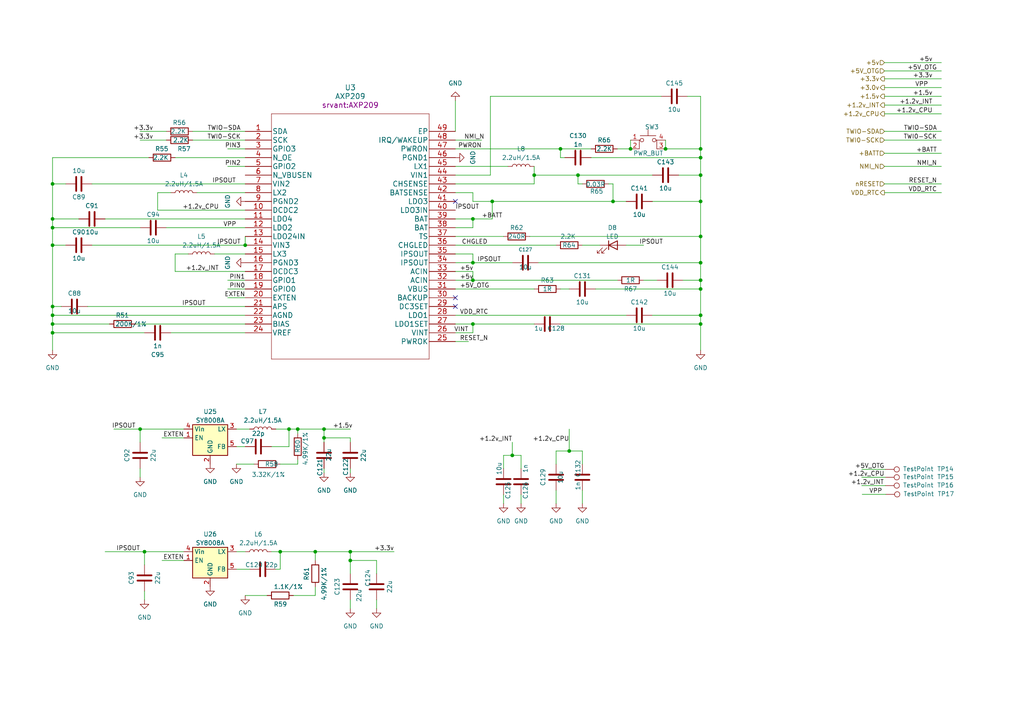
<source format=kicad_sch>
(kicad_sch (version 20230121) (generator eeschema)
  (paper "A4")
  (title_block (title "srvant-board MK1") (date "2021-07-14") (rev "rev-0.1dev"))
  (lib_symbols
    (symbol "Connector:TestPoint" (pin_numbers hide) (pin_names (offset 0.762) hide)
      (property "Reference" "TP" (at 0 6.858 0))
      (property "Value" "TestPoint" (at 0 5.08 0))
      (symbol "TestPoint_0_1"
        (circle (center 0 3.302) (radius 0.762))
      )
      (symbol "TestPoint_1_1"
        (pin passive line (at 0 0 90) (length 2.54) (name "1") (number "1"))
      )
    )
    (symbol "Device:C" (pin_numbers hide) (pin_names (offset 0.254))
      (property "Reference" "C" (at 0.635 2.54 0))
      (property "Value" "C" (at 0.635 -2.54 0))
      (symbol "C_0_1"
        (polyline (pts (xy -2.032 -0.762) (xy 2.032 -0.762)) (stroke (width 0.508)))
        (polyline (pts (xy -2.032 0.762) (xy 2.032 0.762)) (stroke (width 0.508)))
      )
      (symbol "C_1_1"
        (pin passive line (at 0 3.81 270) (length 2.794) (name "~") (number "1"))
        (pin passive line (at 0 -3.81 90) (length 2.794) (name "~") (number "2"))
      )
    )
    (symbol "Device:L" (pin_numbers hide) (pin_names (offset 1.016) hide)
      (property "Reference" "L" (at -1.27 0 90))
      (property "Value" "L" (at 1.905 0 90))
      (symbol "L_0_1"
        (arc (start 0 -2.54) (mid 0.6323 -1.905) (end 0 -1.27))
        (arc (start 0 -1.27) (mid 0.6323 -0.635) (end 0 0))
        (arc (start 0 0) (mid 0.6323 0.635) (end 0 1.27))
        (arc (start 0 1.27) (mid 0.6323 1.905) (end 0 2.54))
      )
      (symbol "L_1_1"
        (pin passive line (at 0 3.81 270) (length 1.27) (name "1") (number "1"))
        (pin passive line (at 0 -3.81 90) (length 1.27) (name "2") (number "2"))
      )
    )
    (symbol "Device:LED" (pin_numbers hide) (pin_names (offset 1.016) hide)
      (property "Reference" "D" (at 0 2.54 0))
      (property "Value" "LED" (at 0 -2.54 0))
      (symbol "LED_0_1"
        (polyline (pts (xy -1.27 -1.27) (xy -1.27 1.27)) (stroke (width 0.254)))
        (polyline (pts (xy -1.27 0) (xy 1.27 0)))
        (polyline (pts (xy 1.27 -1.27) (xy 1.27 1.27) (xy -1.27 0) (xy 1.27 -1.27)) (stroke (width 0.254)))
        (polyline (pts (xy -3.048 -0.762) (xy -4.572 -2.286) (xy -3.81 -2.286) (xy -4.572 -2.286) (xy -4.572 -1.524)))
        (polyline (pts (xy -1.778 -0.762) (xy -3.302 -2.286) (xy -2.54 -2.286) (xy -3.302 -2.286) (xy -3.302 -1.524)))
      )
      (symbol "LED_1_1"
        (pin passive line (at -3.81 0 0) (length 2.54) (name "K") (number "1"))
        (pin passive line (at 3.81 0 180) (length 2.54) (name "A") (number "2"))
      )
    )
    (symbol "Device:R" (pin_numbers hide) (pin_names (offset 0))
      (property "Reference" "R" (at 2.032 0 90))
      (property "Value" "R" (at 0 0 90))
      (symbol "R_0_1"
        (rectangle (start -1.016 -2.54) (end 1.016 2.54) (stroke (width 0.254)))
      )
      (symbol "R_1_1"
        (pin passive line (at 0 3.81 270) (length 1.27) (name "~") (number "1"))
        (pin passive line (at 0 -3.81 90) (length 1.27) (name "~") (number "2"))
      )
    )
    (symbol "Regulator_Switching:LM3670MF"
      (property "Reference" "U?" (at 0 7.62 0))
      (property "Value" "SY8008A" (at 0 5.08 0))
      (symbol "LM3670MF_0_1"
        (rectangle (start -5.08 3.81) (end 5.08 -5.08) (stroke (width 0.254)) (fill (type background)))
      )
      (symbol "LM3670MF_1_1"
        (pin input line (at -7.62 0 0) (length 2.54) (name "EN") (number "1"))
        (pin passive line (at 0 -7.62 90) (length 2.54) (name "GND") (number "2"))
        (pin output line (at 7.62 2.54 180) (length 2.54) (name "LX") (number "3"))
        (pin power_in line (at -7.62 2.54 0) (length 2.54) (name "Vin") (number "4"))
        (pin output line (at 7.62 -2.54 180) (length 2.54) (name "FB") (number "5"))
      )
    )
    (symbol "Regulator_Switching:LM3670MF_1"
      (property "Reference" "U?" (at 0 7.62 0))
      (property "Value" "SY8008A" (at 0 5.08 0))
      (symbol "LM3670MF_1_0_1"
        (rectangle (start -5.08 3.81) (end 5.08 -5.08) (stroke (width 0.254)) (fill (type background)))
      )
      (symbol "LM3670MF_1_1_1"
        (pin input line (at -7.62 0 0) (length 2.54) (name "EN") (number "1"))
        (pin passive line (at 0 -7.62 90) (length 2.54) (name "GND") (number "2"))
        (pin output line (at 7.62 2.54 180) (length 2.54) (name "LX") (number "3"))
        (pin power_in line (at -7.62 2.54 0) (length 2.54) (name "Vin") (number "4"))
        (pin output line (at 7.62 -2.54 180) (length 2.54) (name "FB") (number "5"))
      )
    )
    (symbol "Switch:SW_MEC_5E" (pin_names (offset 1.016) hide)
      (property "Reference" "SW" (at 0.635 5.715 0))
      (property "Value" "SW_MEC_5E" (at 0 -3.175 0))
      (symbol "SW_MEC_5E_0_1"
        (circle (center -1.778 2.54) (radius 0.508))
        (polyline (pts (xy -2.286 3.81) (xy 2.286 3.81)))
        (polyline (pts (xy 0 3.81) (xy 0 5.588)))
        (polyline (pts (xy -2.54 0) (xy -2.54 2.54) (xy -2.286 2.54)))
        (polyline (pts (xy 2.54 0) (xy 2.54 2.54) (xy 2.286 2.54)))
        (circle (center 1.778 2.54) (radius 0.508))
        (pin passive line (at -5.08 2.54 0) (length 2.54) (name "1") (number "1"))
        (pin passive line (at -5.08 0 0) (length 2.54) (name "2") (number "2"))
        (pin passive line (at 5.08 0 180) (length 2.54) (name "K") (number "3"))
        (pin passive line (at 5.08 2.54 180) (length 2.54) (name "A") (number "4"))
      )
    )
    (symbol "axp209:AXP209" (pin_names (offset 0.254))
      (property "Reference" "U" (at 30.48 10.16 0))
      (property "Value" "AXP209" (at 30.48 7.62 0))
      (symbol "AXP209_1_1"
        (polyline (pts (xy 7.62 -66.04) (xy 53.34 -66.04)) (stroke (width 0.127)))
        (polyline (pts (xy 7.62 5.08) (xy 7.62 -66.04)) (stroke (width 0.127)))
        (polyline (pts (xy 53.34 -66.04) (xy 53.34 5.08)) (stroke (width 0.127)))
        (polyline (pts (xy 53.34 5.08) (xy 7.62 5.08)) (stroke (width 0.127)))
        (pin bidirectional line (at 0 0 0) (length 7.62) (name "SDA") (number "1"))
        (pin input line (at 0 -22.86 0) (length 7.62) (name "DCDC2") (number "10"))
        (pin output line (at 0 -25.4 0) (length 7.62) (name "LDO4") (number "11"))
        (pin output line (at 0 -27.94 0) (length 7.62) (name "LDO2") (number "12"))
        (pin power_in line (at 0 -30.48 0) (length 7.62) (name "LDO24IN") (number "13"))
        (pin power_in line (at 0 -33.02 0) (length 7.62) (name "VIN3") (number "14"))
        (pin bidirectional line (at 0 -35.56 0) (length 7.62) (name "LX3") (number "15"))
        (pin power_in line (at 0 -38.1 0) (length 7.62) (name "PGND3") (number "16"))
        (pin input line (at 0 -40.64 0) (length 7.62) (name "DCDC3") (number "17"))
        (pin bidirectional line (at 0 -43.18 0) (length 7.62) (name "GPIO1") (number "18"))
        (pin bidirectional line (at 0 -45.72 0) (length 7.62) (name "GPIO0") (number "19"))
        (pin input line (at 0 -2.54 0) (length 7.62) (name "SCK") (number "2"))
        (pin output line (at 0 -48.26 0) (length 7.62) (name "EXTEN") (number "20"))
        (pin power_in line (at 0 -50.8 0) (length 7.62) (name "APS") (number "21"))
        (pin power_in line (at 0 -53.34 0) (length 7.62) (name "AGND") (number "22"))
        (pin bidirectional line (at 0 -55.88 0) (length 7.62) (name "BIAS") (number "23"))
        (pin output line (at 0 -58.42 0) (length 7.62) (name "VREF") (number "24"))
        (pin output line (at 60.96 -60.96 180) (length 7.62) (name "PWROK") (number "25"))
        (pin power_in line (at 60.96 -58.42 180) (length 7.62) (name "VINT") (number "26"))
        (pin input line (at 60.96 -55.88 180) (length 7.62) (name "LDO1SET") (number "27"))
        (pin output line (at 60.96 -53.34 180) (length 7.62) (name "LDO1") (number "28"))
        (pin input line (at 60.96 -50.8 180) (length 7.62) (name "DC3SET") (number "29"))
        (pin bidirectional line (at 0 -5.08 0) (length 7.62) (name "GPIO3") (number "3"))
        (pin bidirectional line (at 60.96 -48.26 180) (length 7.62) (name "BACKUP") (number "30"))
        (pin power_in line (at 60.96 -45.72 180) (length 7.62) (name "VBUS") (number "31"))
        (pin power_in line (at 60.96 -43.18 180) (length 7.62) (name "ACIN") (number "32"))
        (pin power_in line (at 60.96 -40.64 180) (length 7.62) (name "ACIN") (number "33"))
        (pin bidirectional line (at 60.96 -38.1 180) (length 7.62) (name "IPSOUT") (number "34"))
        (pin bidirectional line (at 60.96 -35.56 180) (length 7.62) (name "IPSOUT") (number "35"))
        (pin output line (at 60.96 -33.02 180) (length 7.62) (name "CHGLED") (number "36"))
        (pin input line (at 60.96 -30.48 180) (length 7.62) (name "TS") (number "37"))
        (pin power_in line (at 60.96 -27.94 180) (length 7.62) (name "BAT") (number "38"))
        (pin power_in line (at 60.96 -25.4 180) (length 7.62) (name "BAT") (number "39"))
        (pin input line (at 0 -7.62 0) (length 7.62) (name "N_OE") (number "4"))
        (pin output line (at 60.96 -22.86 180) (length 7.62) (name "LDO3IN") (number "40"))
        (pin input line (at 60.96 -20.32 180) (length 7.62) (name "LDO3") (number "41"))
        (pin input line (at 60.96 -17.78 180) (length 7.62) (name "BATSENSE") (number "42"))
        (pin output line (at 60.96 -15.24 180) (length 7.62) (name "CHSENSE") (number "43"))
        (pin power_in line (at 60.96 -12.7 180) (length 7.62) (name "VIN1") (number "44"))
        (pin bidirectional line (at 60.96 -10.16 180) (length 7.62) (name "LX1") (number "45"))
        (pin power_in line (at 60.96 -7.62 180) (length 7.62) (name "PGND1") (number "46"))
        (pin input line (at 60.96 -5.08 180) (length 7.62) (name "PWRON") (number "47"))
        (pin bidirectional line (at 60.96 -2.54 180) (length 7.62) (name "IRQ/WAKEUP") (number "48"))
        (pin power_in line (at 60.96 0 180) (length 7.62) (name "EP") (number "49"))
        (pin bidirectional line (at 0 -10.16 0) (length 7.62) (name "GPIO2") (number "5"))
        (pin input line (at 0 -12.7 0) (length 7.62) (name "N_VBUSEN") (number "6"))
        (pin power_in line (at 0 -15.24 0) (length 7.62) (name "VIN2") (number "7"))
        (pin bidirectional line (at 0 -17.78 0) (length 7.62) (name "LX2") (number "8"))
        (pin power_in line (at 0 -20.32 0) (length 7.62) (name "PGND2") (number "9"))
      )
    )
    (symbol "power:GND" (power) (pin_names (offset 0))
      (property "Value" "GND" (at 0 -3.81 0))
      (symbol "GND_0_1"
        (polyline (pts (xy 0 0) (xy 0 -1.27) (xy 1.27 -1.27) (xy 0 -2.54) (xy -1.27 -1.27) (xy 0 -1.27)))
      )
      (symbol "GND_1_1"
        (pin power_in line (at 0 0 270) (length 0) hide (name "GND") (number "1"))
      )
    )
  )
  (junction (at 203.2 81.28) (diameter 0.9144))
  (junction (at 148.59 132.08) (diameter 0.9144))
  (junction (at 71.12 71.12) (diameter 0.9144))
  (junction (at 15.24 71.12) (diameter 0.9144))
  (junction (at 137.16 81.28) (diameter 0.9144))
  (junction (at 101.6 160.02) (diameter 0.9144))
  (junction (at 40.64 124.46) (diameter 0.9144))
  (junction (at 91.44 160.02) (diameter 0.9144))
  (junction (at 86.36 124.46) (diameter 0.9144))
  (junction (at 203.2 58.42) (diameter 0.9144))
  (junction (at 162.56 43.18) (diameter 0.9144))
  (junction (at 15.24 53.34) (diameter 0.9144))
  (junction (at 203.2 83.82) (diameter 0.9144))
  (junction (at 142.7734 58.42) (diameter 0.9144))
  (junction (at 203.2 50.8) (diameter 0.9144))
  (junction (at 203.2 76.2) (diameter 0.9144))
  (junction (at 15.24 63.5) (diameter 0.9144))
  (junction (at 193.04 43.18) (diameter 0.9144))
  (junction (at 15.24 96.52) (diameter 0.9144))
  (junction (at 137.16 93.98) (diameter 0.9144))
  (junction (at 137.16 63.5) (diameter 0.9144))
  (junction (at 101.6 162.56) (diameter 0.9144))
  (junction (at 182.88 43.18) (diameter 0.9144))
  (junction (at 203.2 93.98) (diameter 0.9144))
  (junction (at 167.64 50.8) (diameter 0.9144))
  (junction (at 15.24 93.98) (diameter 0.9144))
  (junction (at 15.24 88.9) (diameter 0.9144))
  (junction (at 81.28 160.02) (diameter 0.9144))
  (junction (at 41.91 160.02) (diameter 0.9144))
  (junction (at 154.94 50.8) (diameter 0.9144))
  (junction (at 203.2 68.58) (diameter 0.9144))
  (junction (at 83.82 124.46) (diameter 0.9144))
  (junction (at 165.1 130.81) (diameter 0.9144))
  (junction (at 15.24 66.04) (diameter 0.9144))
  (junction (at 203.2 43.18) (diameter 0.9144))
  (junction (at 93.98 127) (diameter 0.9144))
  (junction (at 137.16 76.2) (diameter 0.9144))
  (junction (at 203.2 91.44) (diameter 0.9144))
  (junction (at 93.98 124.46) (diameter 0.9144))
  (junction (at 203.2 45.72) (diameter 0.9144))
  (junction (at 15.24 91.44) (diameter 0.9144))
  (junction (at 177.8 58.42) (diameter 0.9144))
  (no_connect (at 132.08 58.42))
  (no_connect (at 132.08 88.9))
  (no_connect (at 132.08 86.36))
  (wire (pts (xy 162.56 83.82) (xy 165.1 83.82)))
  (wire (pts (xy 40.64 135.89) (xy 40.64 138.43)))
  (wire (pts (xy 256.54 20.574) (xy 273.05 20.574)))
  (wire (pts (xy 161.29 142.24) (xy 161.29 146.05)))
  (wire (pts (xy 93.98 124.46) (xy 101.6 124.46)))
  (wire (pts (xy 66.04 48.26) (xy 71.12 48.26)))
  (wire (pts (xy 15.24 91.44) (xy 15.24 88.9)))
  (wire (pts (xy 15.24 93.98) (xy 15.24 91.44)))
  (wire (pts (xy 15.24 93.98) (xy 15.24 96.52)))
  (wire (pts (xy 15.24 96.52) (xy 15.24 101.6)))
  (wire (pts (xy 15.24 93.98) (xy 31.75 93.98)))
  (wire (pts (xy 26.67 71.12) (xy 71.12 71.12)))
  (wire (pts (xy 256.54 33.02) (xy 273.05 33.02)))
  (wire (pts (xy 137.16 58.42) (xy 142.7734 58.42)))
  (wire (pts (xy 142.7734 58.42) (xy 177.8 58.42)))
  (wire (pts (xy 177.8 58.42) (xy 181.61 58.42)))
  (wire (pts (xy 93.98 127) (xy 93.98 128.27)))
  (wire (pts (xy 71.12 68.58) (xy 71.12 71.12)))
  (wire (pts (xy 168.91 71.12) (xy 173.99 71.12)))
  (wire (pts (xy 40.64 124.46) (xy 40.64 128.27)))
  (wire (pts (xy 176.53 53.34) (xy 177.8 53.34)))
  (wire (pts (xy 50.8 73.66) (xy 54.61 73.66)))
  (wire (pts (xy 40.64 40.64) (xy 48.26 40.64)))
  (wire (pts (xy 86.36 133.35) (xy 86.36 134.62)))
  (wire (pts (xy 137.16 63.5) (xy 142.7734 63.5)))
  (wire (pts (xy 33.02 124.46) (xy 40.64 124.46)))
  (wire (pts (xy 162.56 45.72) (xy 162.56 43.18)))
  (wire (pts (xy 162.56 45.72) (xy 163.83 45.72)))
  (wire (pts (xy 86.36 124.46) (xy 93.98 124.46)))
  (wire (pts (xy 172.72 83.82) (xy 203.2 83.82)))
  (wire (pts (xy 81.28 134.62) (xy 86.36 134.62)))
  (wire (pts (xy 132.08 99.06) (xy 135.89 99.06)))
  (wire (pts (xy 41.91 171.45) (xy 41.91 173.99)))
  (wire (pts (xy 179.07 43.18) (xy 182.88 43.18)))
  (wire (pts (xy 93.98 124.46) (xy 93.98 127)))
  (wire (pts (xy 62.23 73.66) (xy 71.12 73.66)))
  (wire (pts (xy 66.04 43.18) (xy 71.12 43.18)))
  (wire (pts (xy 256.54 44.45) (xy 273.05 44.45)))
  (wire (pts (xy 256.54 18.161) (xy 273.05 18.161)))
  (wire (pts (xy 45.72 55.88) (xy 49.53 55.88)))
  (wire (pts (xy 132.08 78.74) (xy 137.16 78.74)))
  (wire (pts (xy 137.16 78.74) (xy 137.16 81.28)))
  (wire (pts (xy 137.16 81.28) (xy 132.08 81.28)))
  (wire (pts (xy 15.24 66.04) (xy 15.24 71.12)))
  (wire (pts (xy 15.24 71.12) (xy 15.24 88.9)))
  (wire (pts (xy 30.48 63.5) (xy 71.12 63.5)))
  (wire (pts (xy 132.08 29.21) (xy 132.08 38.1)))
  (wire (pts (xy 177.8 53.34) (xy 177.8 58.42)))
  (wire (pts (xy 146.05 132.08) (xy 148.59 132.08)))
  (wire (pts (xy 146.05 135.89) (xy 146.05 132.08)))
  (wire (pts (xy 148.59 132.08) (xy 151.13 132.08)))
  (wire (pts (xy 151.13 132.08) (xy 151.13 135.89)))
  (wire (pts (xy 132.08 73.66) (xy 137.16 73.66)))
  (wire (pts (xy 256.54 53.34) (xy 273.05 53.34)))
  (wire (pts (xy 250.063 143.383) (xy 256.921 143.383)))
  (wire (pts (xy 39.37 93.98) (xy 71.12 93.98)))
  (wire (pts (xy 53.34 124.46) (xy 40.64 124.46)))
  (wire (pts (xy 86.36 125.73) (xy 86.36 124.46)))
  (wire (pts (xy 15.24 88.9) (xy 17.78 88.9)))
  (wire (pts (xy 85.09 172.72) (xy 91.44 172.72)))
  (wire (pts (xy 19.05 71.12) (xy 15.24 71.12)))
  (wire (pts (xy 167.64 53.34) (xy 168.91 53.34)))
  (wire (pts (xy 46.99 162.56) (xy 53.34 162.56)))
  (wire (pts (xy 78.74 129.54) (xy 83.82 129.54)))
  (wire (pts (xy 83.82 129.54) (xy 83.82 124.46)))
  (wire (pts (xy 55.88 40.64) (xy 71.12 40.64)))
  (wire (pts (xy 91.44 162.56) (xy 91.44 160.02)))
  (wire (pts (xy 256.54 22.86) (xy 273.05 22.86)))
  (wire (pts (xy 101.6 173.99) (xy 101.6 176.53)))
  (wire (pts (xy 203.2 27.94) (xy 203.2 43.18)))
  (wire (pts (xy 203.2 43.18) (xy 203.2 45.72)))
  (wire (pts (xy 203.2 45.72) (xy 203.2 50.8)))
  (wire (pts (xy 203.2 50.8) (xy 203.2 58.42)))
  (wire (pts (xy 203.2 58.42) (xy 203.2 68.58)))
  (wire (pts (xy 203.2 68.58) (xy 203.2 76.2)))
  (wire (pts (xy 203.2 76.2) (xy 203.2 81.28)))
  (wire (pts (xy 203.2 81.28) (xy 203.2 83.82)))
  (wire (pts (xy 203.2 83.82) (xy 203.2 91.44)))
  (wire (pts (xy 203.2 91.44) (xy 203.2 93.98)))
  (wire (pts (xy 203.2 93.98) (xy 203.2 101.6)))
  (wire (pts (xy 25.4 88.9) (xy 71.12 88.9)))
  (wire (pts (xy 132.08 76.2) (xy 137.16 76.2)))
  (wire (pts (xy 137.16 76.2) (xy 137.16 73.66)))
  (wire (pts (xy 137.16 93.98) (xy 137.16 96.52)))
  (wire (pts (xy 15.24 45.72) (xy 15.24 53.34)))
  (wire (pts (xy 15.24 53.34) (xy 15.24 63.5)))
  (wire (pts (xy 15.24 53.34) (xy 19.05 53.34)))
  (wire (pts (xy 30.48 160.02) (xy 41.91 160.02)))
  (wire (pts (xy 41.91 160.02) (xy 53.34 160.02)))
  (wire (pts (xy 57.15 55.88) (xy 71.12 55.88)))
  (wire (pts (xy 26.67 53.34) (xy 71.12 53.34)))
  (wire (pts (xy 15.24 45.72) (xy 43.18 45.72)))
  (wire (pts (xy 182.88 40.64) (xy 182.88 43.18)))
  (wire (pts (xy 189.23 58.42) (xy 203.2 58.42)))
  (wire (pts (xy 81.28 160.02) (xy 81.28 165.1)))
  (wire (pts (xy 15.24 63.5) (xy 22.86 63.5)))
  (wire (pts (xy 132.08 48.26) (xy 147.32 48.26)))
  (wire (pts (xy 68.58 160.02) (xy 71.12 160.02)))
  (wire (pts (xy 132.08 71.12) (xy 161.29 71.12)))
  (wire (pts (xy 68.58 124.46) (xy 72.39 124.46)))
  (wire (pts (xy 46.99 127) (xy 53.34 127)))
  (wire (pts (xy 153.67 68.58) (xy 203.2 68.58)))
  (wire (pts (xy 167.64 50.8) (xy 189.23 50.8)))
  (wire (pts (xy 132.08 68.58) (xy 146.05 68.58)))
  (wire (pts (xy 171.45 45.72) (xy 203.2 45.72)))
  (wire (pts (xy 154.94 50.8) (xy 167.64 50.8)))
  (wire (pts (xy 196.85 50.8) (xy 203.2 50.8)))
  (wire (pts (xy 50.8 73.66) (xy 50.8 78.74)))
  (wire (pts (xy 71.12 78.74) (xy 50.8 78.74)))
  (wire (pts (xy 137.16 93.98) (xy 154.94 93.98)))
  (wire (pts (xy 41.91 160.02) (xy 41.91 163.83)))
  (wire (pts (xy 249.936 138.43) (xy 256.794 138.43)))
  (wire (pts (xy 132.08 83.82) (xy 154.94 83.82)))
  (wire (pts (xy 146.05 143.51) (xy 146.05 146.05)))
  (wire (pts (xy 151.13 146.05) (xy 151.13 143.51)))
  (wire (pts (xy 249.936 136.144) (xy 256.794 136.144)))
  (wire (pts (xy 109.22 173.99) (xy 109.22 176.53)))
  (wire (pts (xy 162.56 93.98) (xy 203.2 93.98)))
  (wire (pts (xy 78.74 160.02) (xy 81.28 160.02)))
  (wire (pts (xy 101.6 135.89) (xy 101.6 137.16)))
  (wire (pts (xy 81.28 160.02) (xy 91.44 160.02)))
  (wire (pts (xy 132.08 93.98) (xy 137.16 93.98)))
  (wire (pts (xy 132.08 91.44) (xy 181.61 91.44)))
  (wire (pts (xy 68.58 165.1) (xy 72.39 165.1)))
  (wire (pts (xy 66.04 81.28) (xy 71.12 81.28)))
  (wire (pts (xy 91.44 170.18) (xy 91.44 172.72)))
  (wire (pts (xy 193.04 40.64) (xy 193.04 43.18)))
  (wire (pts (xy 68.58 134.62) (xy 73.66 134.62)))
  (wire (pts (xy 101.6 127) (xy 93.98 127)))
  (wire (pts (xy 80.01 165.1) (xy 81.28 165.1)))
  (wire (pts (xy 256.54 25.4) (xy 273.05 25.4)))
  (wire (pts (xy 68.58 129.54) (xy 71.12 129.54)))
  (wire (pts (xy 101.6 128.27) (xy 101.6 127)))
  (wire (pts (xy 15.24 66.04) (xy 40.64 66.04)))
  (wire (pts (xy 161.29 130.81) (xy 165.1 130.81)))
  (wire (pts (xy 161.29 134.62) (xy 161.29 130.81)))
  (wire (pts (xy 165.1 130.81) (xy 168.91 130.81)))
  (wire (pts (xy 168.91 130.81) (xy 168.91 134.62)))
  (wire (pts (xy 132.08 55.88) (xy 137.16 55.88)))
  (wire (pts (xy 137.16 55.88) (xy 137.16 58.42)))
  (wire (pts (xy 142.7734 58.42) (xy 142.7734 63.5)))
  (wire (pts (xy 137.16 81.28) (xy 179.07 81.28)))
  (wire (pts (xy 154.94 48.26) (xy 154.94 50.8)))
  (wire (pts (xy 137.16 96.52) (xy 132.08 96.52)))
  (wire (pts (xy 71.12 172.72) (xy 77.47 172.72)))
  (wire (pts (xy 40.64 38.1) (xy 48.26 38.1)))
  (wire (pts (xy 93.98 135.89) (xy 93.98 137.16)))
  (wire (pts (xy 256.54 27.94) (xy 273.05 27.94)))
  (wire (pts (xy 256.54 48.26) (xy 273.05 48.26)))
  (wire (pts (xy 15.24 63.5) (xy 15.24 66.04)))
  (wire (pts (xy 49.53 96.52) (xy 71.12 96.52)))
  (wire (pts (xy 249.936 140.843) (xy 256.794 140.843)))
  (wire (pts (xy 142.24 27.94) (xy 142.24 50.8)))
  (wire (pts (xy 142.24 27.94) (xy 191.77 27.94)))
  (wire (pts (xy 142.24 50.8) (xy 132.08 50.8)))
  (wire (pts (xy 199.39 27.94) (xy 203.2 27.94)))
  (wire (pts (xy 50.8 45.72) (xy 71.12 45.72)))
  (wire (pts (xy 193.04 43.18) (xy 203.2 43.18)))
  (wire (pts (xy 156.21 76.2) (xy 203.2 76.2)))
  (wire (pts (xy 80.01 124.46) (xy 83.82 124.46)))
  (wire (pts (xy 83.82 124.46) (xy 86.36 124.46)))
  (wire (pts (xy 15.24 91.44) (xy 71.12 91.44)))
  (wire (pts (xy 66.04 83.82) (xy 71.12 83.82)))
  (wire (pts (xy 165.1 124.46) (xy 165.1 130.81)))
  (wire (pts (xy 132.08 43.18) (xy 162.56 43.18)))
  (wire (pts (xy 162.56 43.18) (xy 171.45 43.18)))
  (wire (pts (xy 198.12 81.28) (xy 203.2 81.28)))
  (wire (pts (xy 256.54 40.64) (xy 273.05 40.64)))
  (wire (pts (xy 256.5651 55.88) (xy 273.0751 55.88)))
  (wire (pts (xy 167.64 50.8) (xy 167.64 53.34)))
  (wire (pts (xy 66.04 86.36) (xy 71.12 86.36)))
  (wire (pts (xy 256.54 38.1) (xy 273.05 38.1)))
  (wire (pts (xy 132.08 40.64) (xy 139.7 40.64)))
  (wire (pts (xy 137.16 76.2) (xy 148.59 76.2)))
  (wire (pts (xy 132.08 63.5) (xy 137.16 63.5)))
  (wire (pts (xy 101.6 162.56) (xy 101.6 166.37)))
  (wire (pts (xy 48.26 66.04) (xy 71.12 66.04)))
  (wire (pts (xy 189.23 91.44) (xy 203.2 91.44)))
  (wire (pts (xy 148.59 128.27) (xy 148.59 132.08)))
  (wire (pts (xy 132.08 53.34) (xy 154.94 53.34)))
  (wire (pts (xy 154.94 50.8) (xy 154.94 53.34)))
  (wire (pts (xy 181.61 71.12) (xy 186.69 71.12)))
  (wire (pts (xy 15.24 96.52) (xy 41.91 96.52)))
  (wire (pts (xy 256.54 30.48) (xy 273.05 30.48)))
  (wire (pts (xy 132.08 66.04) (xy 137.16 66.04)))
  (wire (pts (xy 137.16 66.04) (xy 137.16 63.5)))
  (wire (pts (xy 101.6 160.02) (xy 101.6 162.56)))
  (wire (pts (xy 109.22 162.56) (xy 101.6 162.56)))
  (wire (pts (xy 109.22 162.56) (xy 109.22 166.37)))
  (wire (pts (xy 186.69 81.28) (xy 190.5 81.28)))
  (wire (pts (xy 55.88 38.1) (xy 71.12 38.1)))
  (wire (pts (xy 91.44 160.02) (xy 101.6 160.02)))
  (wire (pts (xy 101.6 160.02) (xy 114.3 160.02)))
  (wire (pts (xy 45.72 60.96) (xy 45.72 55.88)))
  (wire (pts (xy 45.72 60.96) (xy 71.12 60.96)))
  (wire (pts (xy 168.91 142.24) (xy 168.91 146.05)))
  (label "IPSOUT" (at 138.43 76.2 0))
  (label "NMI_N" (at 134.62 40.64 0))
  (label "VDD_RTC" (at 271.78 55.88 180))
  (label "TWIO-SDA" (at 69.85 38.1 180))
  (label "PWRON" (at 139.7 43.18 180))
  (label "+3.3v" (at 114.3 160.02 180))
  (label "PIN1" (at 71.12 81.28 180))
  (label "+5v" (at 270.51 18.161 180))
  (label "+1.2v_CPU" (at 63.5 60.96 180))
  (label "+5v" (at 133.35 78.74 0))
  (label "IPSOUT" (at 39.37 124.46 180))
  (label "+1.5v" (at 96.52 124.46 0))
  (label "EXTEN" (at 53.34 127 180))
  (label "TWI0-SCK" (at 271.78 40.64 180))
  (label "VPP" (at 68.58 66.04 180))
  (label "+1.2v_INT" (at 256.413 140.843 180))
  (label "+1.2v_INT" (at 63.5 78.74 180))
  (label "PIN3" (at 69.85 43.18 180))
  (label "IPSOUT" (at 132.08 60.96 0))
  (label "IPSOUT" (at 68.453 53.34 180))
  (label "RESET_N" (at 271.78 53.34 180))
  (label "IPSOUT" (at 69.85 71.12 180))
  (label "+1.2v_CPU" (at 256.54 138.43 180))
  (label "PIN0" (at 71.12 83.82 180))
  (label "+BATT" (at 139.7 63.5 0))
  (label "+1.2v_CPU" (at 165.1 128.27 180))
  (label "+5v" (at 133.35 81.28 0))
  (label "NMI_N" (at 271.78 48.26 180))
  (label "+3.3v" (at 270.51 22.86 180))
  (label "IPSOUT" (at 59.69 88.9 180))
  (label "+5V_OTG" (at 133.35 83.82 0))
  (label "+3.3v" (at 44.45 38.1 180))
  (label "PIN2" (at 69.85 48.26 180))
  (label "IPSOUT" (at 185.42 71.12 0))
  (label "TWI0-SCK" (at 69.85 40.64 180))
  (label "VPP" (at 255.905 143.383 180))
  (label "TWIO-SDA" (at 271.78 38.1 180))
  (label "+3.3v" (at 44.45 40.64 180))
  (label "+5V_OTG" (at 271.78 20.574 180))
  (label "+1.2v_CPU" (at 270.4978 33.02 180))
  (label "EXTEN" (at 53.34 162.56 180))
  (label "+1.2v_INT" (at 270.4978 30.48 180))
  (label "IPSOUT" (at 40.64 160.02 180))
  (label "+BATT" (at 271.78 44.45 180))
  (label "EXTEN" (at 71.12 86.36 180))
  (label "VPP" (at 269.24 25.4 180))
  (label "+5V_OTG" (at 256.54 136.144 180))
  (label "VINT" (at 135.89 96.52 180))
  (label "+1.5v" (at 270.51 27.94 180))
  (label "RESET_N" (at 133.35 99.06 0))
  (label "VDD_RTC" (at 133.35 91.44 0))
  (label "+1.2v_INT" (at 148.59 128.27 180))
  (label "CHGLED" (at 141.4272 71.12 180))
  (hierarchical_label "+BATT" (shape input) (at 256.54 44.45 180))
  (hierarchical_label "+3.3v" (shape output) (at 256.54 22.86 180))
  (hierarchical_label "+3.0v" (shape output) (at 256.54 25.4 180))
  (hierarchical_label "+1.2v_INT" (shape output) (at 256.54 30.48 180))
  (hierarchical_label "+1.5v" (shape output) (at 256.54 27.94 180))
  (hierarchical_label "+1.2v_CPU" (shape output) (at 256.54 33.02 180))
  (hierarchical_label "TWI0-SCK" (shape input) (at 256.54 40.64 180))
  (hierarchical_label "+5V_OTG" (shape input) (at 256.54 20.574 180))
  (hierarchical_label "NMI_N" (shape input) (at 256.54 48.26 180))
  (hierarchical_label "nRESET" (shape input) (at 256.54 53.34 180))
  (hierarchical_label "TWIO-SDA" (shape input) (at 256.54 38.1 180))
  (hierarchical_label "VDD_RTC" (shape output) (at 256.54 55.88 180))
  (hierarchical_label "+5v" (shape input) (at 256.54 18.161 180))
  (symbol (lib_id "Device:C") (at 109.22 170.18 0) (unit 1)
    (property "Reference" "C124" (at 106.68 167.64 90))
    (property "Value" "22u" (at 113.03 170.18 90))
    (property "Footprint" "Capacitor_SMD:C_0805_2012Metric" (effects hide))
    (property "Datasheet" "~{}" (effects hide))
  )
  (symbol (lib_id "power:GND") (at 109.22 176.53 0) (unit 1)
    (property "Reference" "#PWR0221" (effects hide))
    (property "Value" "GND" (at 109.22 181.61 0))
  )
  (symbol (lib_id "Device:R") (at 182.88 81.28 90) (unit 1)
    (property "Reference" "R67" (at 182.88 83.82 90))
    (property "Value" "1R" (at 182.88 81.28 90))
    (property "Footprint" "Resistor_SMD:R_0402_1005Metric" (effects hide))
    (property "Datasheet" "~{}" (effects hide))
  )
  (symbol (lib_id "axp209:AXP209") (at 71.12 38.1 0) (unit 1)
    (property "Reference" "U3" (at 101.6 25.4 0) (effects (font (size 1.524 1.524))))
    (property "Value" "AXP209" (at 101.6 27.94 0) (effects (font (size 1.524 1.524))))
    (property "Footprint" "srvant:AXP209" (at 101.6 30.48 0) (effects (font (size 1.524 1.524))))
    (property "Datasheet" "http://dl.linux-sunxi.org/AXP/AXP209_Datasheet_v1.0en.pdf" (effects hide))
  )
  (symbol (lib_id "Device:C") (at 195.58 27.94 270) (unit 1)
    (property "Reference" "C145" (at 195.58 24.13 90))
    (property "Value" "10u" (at 195.58 31.75 90))
    (property "Footprint" "Capacitor_SMD:C_0805_2012Metric" (effects hide))
    (property "Datasheet" "~{}" (effects hide))
  )
  (symbol (lib_id "power:GND") (at 68.58 134.62 0) (unit 1)
    (property "Reference" "#PWR0212" (effects hide))
    (property "Value" "GND" (at 68.58 139.7 0))
  )
  (symbol (lib_id "Device:R") (at 46.99 45.72 90) (unit 1)
    (property "Reference" "R55" (at 48.8949 43.18 90) (effects (justify left)))
    (property "Value" "2.2K" (at 48.8949 45.72 90) (effects (justify left)))
    (property "Footprint" "Resistor_SMD:R_0402_1005Metric" (effects hide))
    (property "Datasheet" "~{}" (effects hide))
  )
  (symbol (lib_id "Device:R") (at 165.1 71.12 90) (unit 1)
    (property "Reference" "R64" (at 167.0049 71.12 90) (effects (justify left)))
    (property "Value" "2.2K" (at 167.0049 68.58 90) (effects (justify left)))
    (property "Footprint" "Resistor_SMD:R_0402_1005Metric" (effects hide))
    (property "Datasheet" "~{}" (effects hide))
  )
  (symbol (lib_id "Device:R") (at 81.28 172.72 270) (unit 1)
    (property "Reference" "R59" (at 79.3751 175.26 90) (effects (justify left)))
    (property "Value" "1.1K/1%" (at 79.3751 170.18 90) (effects (justify left)))
    (property "Footprint" "Resistor_SMD:R_0402_1005Metric" (effects hide))
    (property "Datasheet" "~{}" (effects hide))
  )
  (symbol (lib_id "Device:R") (at 172.72 53.34 90) (unit 1)
    (property "Reference" "R65" (at 173.0502 55.499 90))
    (property "Value" "0.03R" (at 172.72 53.467 90))
    (property "Footprint" "Resistor_SMD:R_0402_1005Metric" (effects hide))
    (property "Datasheet" "~{}" (effects hide))
  )
  (symbol (lib_id "Device:R") (at 86.36 129.54 180) (unit 1)
    (property "Reference" "R60" (at 86.3346 127.4827 90) (effects (justify left)))
    (property "Value" "4.99K/1%" (at 88.5698 125.2729 90) (effects (justify left)))
    (property "Footprint" "Resistor_SMD:R_0402_1005Metric" (effects hide))
    (property "Datasheet" "~{}" (effects hide))
  )
  (symbol (lib_id "Device:L") (at 58.42 73.66 90) (unit 1)
    (property "Reference" "L5" (at 58.42 68.58 90))
    (property "Value" "2.2uH/1.5A" (at 58.42 71.12 90))
    (property "Footprint" "Inductor_SMD:L_1008_2520Metric" (effects hide))
    (property "Datasheet" "~{}" (effects hide))
  )
  (symbol (lib_id "Device:C") (at 74.93 129.54 90) (unit 1)
    (property "Reference" "C97" (at 71.7296 127.9398 90))
    (property "Value" "22p" (at 74.93 125.73 90))
    (property "Footprint" "Capacitor_SMD:C_0402_1005Metric" (effects hide))
    (property "Datasheet" "~{}" (effects hide))
  )
  (symbol (lib_id "Device:C") (at 93.98 132.08 0) (unit 1)
    (property "Reference" "C121" (at 92.7862 135.5598 90))
    (property "Value" "22u" (at 95.3516 131.9276 90))
    (property "Footprint" "Capacitor_SMD:C_0805_2012Metric" (effects hide))
    (property "Datasheet" "~{}" (effects hide))
  )
  (symbol (lib_id "Device:C") (at 21.59 88.9 270) (unit 1)
    (property "Reference" "C88" (at 21.59 85.09 90))
    (property "Value" "10u" (at 21.59 90.17 90))
    (property "Footprint" "Capacitor_SMD:C_0805_2012Metric" (effects hide))
    (property "Datasheet" "~{}" (effects hide))
  )
  (symbol (lib_id "power:GND") (at 71.12 58.42 270) (unit 1)
    (property "Reference" "#PWR0207" (effects hide))
    (property "Value" "GND" (at 66.04 58.42 0))
  )
  (symbol (lib_id "Device:R") (at 149.86 68.58 90) (unit 1)
    (property "Reference" "R62" (at 149.86 66.04 90))
    (property "Value" "240R" (at 149.86 68.58 90))
    (property "Footprint" "Resistor_SMD:R_0402_1005Metric" (effects hide))
    (property "Datasheet" "~{}" (effects hide))
  )
  (symbol (lib_id "Device:L") (at 151.13 48.26 90) (unit 1)
    (property "Reference" "L8" (at 151.13 43.18 90))
    (property "Value" "2.2uH/1.5A" (at 151.13 45.72 90))
    (property "Footprint" "Inductor_SMD:L_1008_2520Metric" (effects hide))
    (property "Datasheet" "~{}" (effects hide))
  )
  (symbol (lib_id "power:GND") (at 161.29 146.05 0) (unit 1)
    (property "Reference" "#PWR0225" (effects hide))
    (property "Value" "GND" (at 161.29 151.13 0))
  )
  (symbol (lib_id "Device:C") (at 44.45 66.04 270) (unit 1)
    (property "Reference" "C94" (at 44.45 62.23 90))
    (property "Value" "10u" (at 44.45 69.85 90))
    (property "Footprint" "Capacitor_SMD:C_0805_2012Metric" (effects hide))
    (property "Datasheet" "~{}" (effects hide))
  )
  (symbol (lib_id "Device:R") (at 158.75 83.82 90) (unit 1)
    (property "Reference" "R63" (at 158.75 81.28 90))
    (property "Value" "1R" (at 158.75 83.82 90))
    (property "Footprint" "Resistor_SMD:R_0402_1005Metric" (effects hide))
    (property "Datasheet" "~{}" (effects hide))
  )
  (symbol (lib_id "Device:C") (at 168.91 138.43 180) (unit 1)
    (property "Reference" "C132" (at 167.64 135.89 90))
    (property "Value" "1n" (at 167.64 140.97 90))
    (property "Footprint" "Capacitor_SMD:C_0402_1005Metric" (effects hide))
    (property "Datasheet" "~{}" (effects hide))
  )
  (symbol (lib_id "Device:C") (at 41.91 167.64 0) (unit 1)
    (property "Reference" "C93" (at 38.1 167.64 90))
    (property "Value" "22u" (at 45.72 167.64 90))
    (property "Footprint" "Capacitor_SMD:C_0805_2012Metric" (effects hide))
    (property "Datasheet" "~{}" (effects hide))
  )
  (symbol (lib_id "Device:C") (at 40.64 132.08 0) (unit 1)
    (property "Reference" "C92" (at 36.83 132.08 90))
    (property "Value" "22u" (at 44.45 132.08 90))
    (property "Footprint" "Capacitor_SMD:C_0805_2012Metric" (effects hide))
    (property "Datasheet" "~{}" (effects hide))
  )
  (symbol (lib_id "Regulator_Switching:LM3670MF") (at 60.96 127 0) (unit 1)
    (property "Reference" "U25" (at 60.96 119.38 0))
    (property "Value" "SY8008A" (at 60.96 121.92 0))
    (property "Footprint" "Package_TO_SOT_SMD:TSOT-23-5" (effects hide))
  )
  (symbol (lib_id "Device:R") (at 52.07 38.1 90) (unit 1)
    (property "Reference" "R56" (at 53.9749 35.56 90) (effects (justify left)))
    (property "Value" "2.2K" (at 53.9749 38.1 90) (effects (justify left)))
    (property "Footprint" "Resistor_SMD:R_0402_1005Metric" (effects hide))
    (property "Datasheet" "~{}" (effects hide))
  )
  (symbol (lib_id "Connector:TestPoint") (at 256.794 136.144 270) (unit 1)
    (property "Reference" "TP14" (at 271.78 136.0169 90) (effects (justify left)))
    (property "Value" "TestPoint" (at 261.874 136.0169 90) (effects (justify left)))
    (property "Footprint" "TestPoint:TestPoint_Pad_1.0x1.0mm" (effects hide))
    (property "Datasheet" "~{}" (effects hide))
  )
  (symbol (lib_id "Device:C") (at 22.86 71.12 270) (unit 1)
    (property "Reference" "C90" (at 22.86 67.31 90))
    (property "Value" "10u" (at 22.86 74.93 90))
    (property "Footprint" "Capacitor_SMD:C_0805_2012Metric" (effects hide))
    (property "Datasheet" "~{}" (effects hide))
  )
  (symbol (lib_id "power:GND") (at 15.24 101.6 0) (unit 1)
    (property "Reference" "#PWR0214" (effects hide))
    (property "Value" "GND" (at 15.24 106.68 0))
  )
  (symbol (lib_id "Device:C") (at 101.6 170.18 0) (unit 1)
    (property "Reference" "C123" (at 97.79 170.18 90))
    (property "Value" "22u" (at 104.14 172.72 90))
    (property "Footprint" "Capacitor_SMD:C_0805_2012Metric" (effects hide))
    (property "Datasheet" "~{}" (effects hide))
  )
  (symbol (lib_id "Connector:TestPoint") (at 256.921 143.383 270) (unit 1)
    (property "Reference" "TP17" (at 271.907 143.2559 90) (effects (justify left)))
    (property "Value" "TestPoint" (at 262.001 143.2559 90) (effects (justify left)))
    (property "Footprint" "TestPoint:TestPoint_Pad_1.0x1.0mm" (effects hide))
    (property "Datasheet" "~{}" (effects hide))
  )
  (symbol (lib_id "Device:C") (at 194.31 81.28 270) (unit 1)
    (property "Reference" "C144" (at 194.31 77.47 90))
    (property "Value" "10u" (at 194.31 85.09 90))
    (property "Footprint" "Capacitor_SMD:C_0805_2012Metric" (effects hide))
    (property "Datasheet" "~{}" (effects hide))
  )
  (symbol (lib_id "Device:R") (at 91.44 166.37 180) (unit 1)
    (property "Reference" "R61" (at 88.9 164.4651 90) (effects (justify left)))
    (property "Value" "4.99K/1%" (at 93.98 164.4651 90) (effects (justify left)))
    (property "Footprint" "Resistor_SMD:R_0402_1005Metric" (effects hide))
    (property "Datasheet" "~{}" (effects hide))
  )
  (symbol (lib_id "power:GND") (at 132.08 29.21 180) (unit 1)
    (property "Reference" "#PWR0229" (effects hide))
    (property "Value" "GND" (at 132.08 24.13 0))
  )
  (symbol (lib_id "power:GND") (at 60.96 170.18 0) (unit 1)
    (property "Reference" "#PWR0209" (effects hide))
    (property "Value" "GND" (at 60.96 175.26 0))
  )
  (symbol (lib_id "power:GND") (at 41.91 173.99 0) (unit 1)
    (property "Reference" "#PWR0219" (effects hide))
    (property "Value" "GND" (at 41.91 179.07 0))
  )
  (symbol (lib_id "power:GND") (at 168.91 146.05 0) (unit 1)
    (property "Reference" "#PWR0224" (effects hide))
    (property "Value" "GND" (at 168.91 151.13 0))
  )
  (symbol (lib_id "power:GND") (at 203.2 101.6 0) (unit 1)
    (property "Reference" "#PWR0223" (effects hide))
    (property "Value" "GND" (at 203.2 106.68 0))
  )
  (symbol (lib_id "power:GND") (at 132.08 45.72 90) (unit 1)
    (property "Reference" "#PWR0228" (effects hide))
    (property "Value" "GND" (at 137.16 45.72 0))
  )
  (symbol (lib_id "Device:LED") (at 177.8 71.12 0) (unit 1)
    (property "Reference" "D8" (at 177.6095 66.04 0))
    (property "Value" "LED" (at 177.6095 68.58 0))
    (property "Footprint" "LED_SMD:LED_0603_1608Metric" (effects hide))
    (property "Datasheet" "~{}" (effects hide))
  )
  (symbol (lib_id "Device:L") (at 53.34 55.88 90) (unit 1)
    (property "Reference" "L4" (at 53.34 50.8 90))
    (property "Value" "2.2uH/1.5A" (at 53.34 53.34 90))
    (property "Footprint" "Inductor_SMD:L_1008_2520Metric" (effects hide))
    (property "Datasheet" "~{}" (effects hide))
  )
  (symbol (lib_id "Device:R") (at 77.47 134.62 270) (unit 1)
    (property "Reference" "R58" (at 76.8351 134.62 90) (effects (justify left)))
    (property "Value" "3.32K/1%" (at 72.9997 137.6426 90) (effects (justify left)))
    (property "Footprint" "Resistor_SMD:R_0402_1005Metric" (effects hide))
    (property "Datasheet" "~{}" (effects hide))
  )
  (symbol (lib_id "power:GND") (at 71.12 172.72 0) (unit 1)
    (property "Reference" "#PWR0208" (effects hide))
    (property "Value" "GND" (at 71.12 177.8 0))
  )
  (symbol (lib_id "power:GND") (at 146.05 146.05 0) (unit 1)
    (property "Reference" "#PWR0226" (effects hide))
    (property "Value" "GND" (at 146.05 151.13 0))
  )
  (symbol (lib_id "Device:C") (at 185.42 58.42 270) (unit 1)
    (property "Reference" "C141" (at 185.42 54.61 90))
    (property "Value" "10u" (at 185.42 62.23 90))
    (property "Footprint" "Capacitor_SMD:C_0805_2012Metric" (effects hide))
    (property "Datasheet" "~{}" (effects hide))
  )
  (symbol (lib_id "Switch:SW_MEC_5E") (at 187.96 43.18 0) (unit 1)
    (property "Reference" "SW3" (at 191.1351 36.83 0) (effects (justify right)))
    (property "Value" "PWR_BUT" (at 192.4051 44.45 0) (effects (justify right)))
    (property "Footprint" "srvant:button-1571563-4" (effects hide))
    (property "Datasheet" "http://www.apem.com/int/index.php?controller=attachment&id_attachment=1371" (effects hide))
  )
  (symbol (lib_id "Device:C") (at 76.2 165.1 90) (unit 1)
    (property "Reference" "C120" (at 73.66 163.83 90))
    (property "Value" "22p" (at 78.74 163.83 90))
    (property "Footprint" "Capacitor_SMD:C_0402_1005Metric" (effects hide))
    (property "Datasheet" "~{}" (effects hide))
  )
  (symbol (lib_id "power:GND") (at 93.98 137.16 0) (unit 1)
    (property "Reference" "#PWR0210" (effects hide))
    (property "Value" "GND" (at 93.98 142.24 0))
  )
  (symbol (lib_id "power:GND") (at 40.64 138.43 0) (unit 1)
    (property "Reference" "#PWR0218" (effects hide))
    (property "Value" "GND" (at 40.64 143.51 0))
  )
  (symbol (lib_id "Device:C") (at 185.42 91.44 270) (unit 1)
    (property "Reference" "C142" (at 185.42 87.63 90))
    (property "Value" "10u" (at 185.42 95.25 90))
    (property "Footprint" "Capacitor_SMD:C_0805_2012Metric" (effects hide))
    (property "Datasheet" "~{}" (effects hide))
  )
  (symbol (lib_id "power:GND") (at 151.13 146.05 0) (unit 1)
    (property "Reference" "#PWR0227" (effects hide))
    (property "Value" "GND" (at 151.13 151.13 0))
  )
  (symbol (lib_id "Device:C") (at 152.4 76.2 270) (unit 1)
    (property "Reference" "C127" (at 152.4 72.39 90) (effects (font (size 1 1))))
    (property "Value" "10u" (at 152.4 77.47 90))
    (property "Footprint" "Capacitor_SMD:C_0805_2012Metric" (effects hide))
    (property "Datasheet" "~{}" (effects hide))
  )
  (symbol (lib_id "Device:C") (at 101.6 132.08 0) (unit 1)
    (property "Reference" "C122" (at 100.2538 135.4582 90))
    (property "Value" "22u" (at 105.41 132.08 90))
    (property "Footprint" "Capacitor_SMD:C_0805_2012Metric" (effects hide))
    (property "Datasheet" "~{}" (effects hide))
  )
  (symbol (lib_id "Device:C") (at 151.13 139.7 0) (unit 1)
    (property "Reference" "C126" (at 152.4 142.24 90))
    (property "Value" "1n" (at 152.4 135.89 90))
    (property "Footprint" "Capacitor_SMD:C_0402_1005Metric" (effects hide))
    (property "Datasheet" "~{}" (effects hide))
  )
  (symbol (lib_id "Device:C") (at 26.67 63.5 270) (unit 1)
    (property "Reference" "C91" (at 26.67 59.69 90))
    (property "Value" "10u" (at 26.67 67.31 90))
    (property "Footprint" "Capacitor_SMD:C_0805_2012Metric" (effects hide))
    (property "Datasheet" "~{}" (effects hide))
  )
  (symbol (lib_id "Connector:TestPoint") (at 256.794 138.43 270) (unit 1)
    (property "Reference" "TP15" (at 271.78 138.3029 90) (effects (justify left)))
    (property "Value" "TestPoint" (at 261.874 138.3029 90) (effects (justify left)))
    (property "Footprint" "TestPoint:TestPoint_Pad_1.0x1.0mm" (effects hide))
    (property "Datasheet" "~{}" (effects hide))
  )
  (symbol (lib_id "Connector:TestPoint") (at 256.794 140.843 270) (unit 1)
    (property "Reference" "TP16" (at 271.78 140.7159 90) (effects (justify left)))
    (property "Value" "TestPoint" (at 261.874 140.7159 90) (effects (justify left)))
    (property "Footprint" "TestPoint:TestPoint_Pad_1.0x1.0mm" (effects hide))
    (property "Datasheet" "~{}" (effects hide))
  )
  (symbol (lib_id "Device:C") (at 167.64 45.72 90) (unit 1)
    (property "Reference" "C130" (at 167.64 39.37 90))
    (property "Value" "1n" (at 167.64 41.91 90))
    (property "Footprint" "Capacitor_SMD:C_0402_1005Metric" (effects hide))
    (property "Datasheet" "~{}" (effects hide))
  )
  (symbol (lib_id "Device:C") (at 168.91 83.82 270) (unit 1)
    (property "Reference" "C131" (at 168.91 80.01 90))
    (property "Value" "10u" (at 168.91 87.63 90))
    (property "Footprint" "Capacitor_SMD:C_0805_2012Metric" (effects hide))
    (property "Datasheet" "~{}" (effects hide))
  )
  (symbol (lib_id "Device:R") (at 35.56 93.98 90) (unit 1)
    (property "Reference" "R51" (at 37.4649 91.44 90) (effects (justify left)))
    (property "Value" "200K/1%" (at 42.5449 93.98 90) (effects (justify left)))
    (property "Footprint" "Resistor_SMD:R_0402_1005Metric" (effects hide))
    (property "Datasheet" "~{}" (effects hide))
  )
  (symbol (lib_id "Device:C") (at 158.75 93.98 90) (unit 1)
    (property "Reference" "C128" (at 161.29 95.25 90))
    (property "Value" "1u" (at 156.21 95.25 90))
    (property "Footprint" "Capacitor_SMD:C_0402_1005Metric" (effects hide))
    (property "Datasheet" "~{}" (effects hide))
  )
  (symbol (lib_id "Device:C") (at 193.04 50.8 270) (unit 1)
    (property "Reference" "C143" (at 193.04 46.99 90))
    (property "Value" "10u" (at 193.04 54.61 90))
    (property "Footprint" "Capacitor_SMD:C_0805_2012Metric" (effects hide))
    (property "Datasheet" "~{}" (effects hide))
  )
  (symbol (lib_id "Device:C") (at 146.05 139.7 180) (unit 1)
    (property "Reference" "C125" (at 147.32 142.24 90))
    (property "Value" "10u" (at 144.78 135.89 90))
    (property "Footprint" "Capacitor_SMD:C_0805_2012Metric" (effects hide))
    (property "Datasheet" "~{}" (effects hide))
  )
  (symbol (lib_id "Device:L") (at 76.2 124.46 90) (unit 1)
    (property "Reference" "L7" (at 76.2 119.38 90))
    (property "Value" "2.2uH/1.5A" (at 76.2 121.92 90))
    (property "Footprint" "Inductor_SMD:L_1008_2520Metric" (effects hide))
    (property "Datasheet" "~{}" (effects hide))
  )
  (symbol (lib_id "Device:R") (at 175.26 43.18 90) (unit 1)
    (property "Reference" "R66" (at 175.26 40.64 90))
    (property "Value" "2.2K" (at 175.26 43.18 90))
    (property "Footprint" "Resistor_SMD:R_0402_1005Metric" (effects hide))
    (property "Datasheet" "~{}" (effects hide))
  )
  (symbol (lib_id "power:GND") (at 60.96 134.62 0) (unit 1)
    (property "Reference" "#PWR0211" (effects hide))
    (property "Value" "GND" (at 60.96 139.7 0))
  )
  (symbol (lib_id "power:GND") (at 71.12 76.2 270) (unit 1)
    (property "Reference" "#PWR0213" (effects hide))
    (property "Value" "GND" (at 66.04 76.2 0))
  )
  (symbol (lib_id "Device:L") (at 74.93 160.02 90) (unit 1)
    (property "Reference" "L6" (at 74.93 154.94 90))
    (property "Value" "2.2uH/1.5A" (at 74.93 157.48 90))
    (property "Footprint" "Inductor_SMD:L_1008_2520Metric" (effects hide))
    (property "Datasheet" "~{}" (effects hide))
  )
  (symbol (lib_id "power:GND") (at 101.6 176.53 0) (unit 1)
    (property "Reference" "#PWR0222" (effects hide))
    (property "Value" "GND" (at 101.6 181.61 0))
  )
  (symbol (lib_id "Device:R") (at 52.07 40.64 270) (unit 1)
    (property "Reference" "R57" (at 51.4351 43.18 90) (effects (justify left)))
    (property "Value" "2.2K" (at 50.1651 40.64 90) (effects (justify left)))
    (property "Footprint" "Resistor_SMD:R_0402_1005Metric" (effects hide))
    (property "Datasheet" "~{}" (effects hide))
  )
  (symbol (lib_id "power:GND") (at 101.6 137.16 0) (unit 1)
    (property "Reference" "#PWR0220" (effects hide))
    (property "Value" "GND" (at 101.6 142.24 0))
  )
  (symbol (lib_id "Device:C") (at 161.29 138.43 0) (unit 1)
    (property "Reference" "C129" (at 157.48 138.43 90))
    (property "Value" "10u" (at 162.56 138.43 90))
    (property "Footprint" "Capacitor_SMD:C_0805_2012Metric" (effects hide))
    (property "Datasheet" "~{}" (effects hide))
  )
  (symbol (lib_id "Device:C") (at 22.86 53.34 90) (unit 1)
    (property "Reference" "C89" (at 22.86 57.15 90))
    (property "Value" "10u" (at 22.86 49.53 90))
    (property "Footprint" "Capacitor_SMD:C_0805_2012Metric" (effects hide))
    (property "Datasheet" "~{}" (effects hide))
  )
  (symbol (lib_id "Device:C") (at 45.72 96.52 270) (unit 1)
    (property "Reference" "C95" (at 45.72 102.87 90))
    (property "Value" "1n" (at 45.72 100.33 90))
    (property "Footprint" "Capacitor_SMD:C_0402_1005Metric" (effects hide))
    (property "Datasheet" "~{}" (effects hide))
  )
  (symbol (lib_name "Regulator_Switching:LM3670MF_1") (lib_id "Regulator_Switching:LM3670MF") (at 60.96 162.56 0) (unit 1)
    (property "Reference" "U26" (at 60.96 154.94 0))
    (property "Value" "SY8008A" (at 60.96 157.48 0))
    (property "Footprint" "Package_TO_SOT_SMD:TSOT-23-5" (effects hide))
  )
)
</source>
